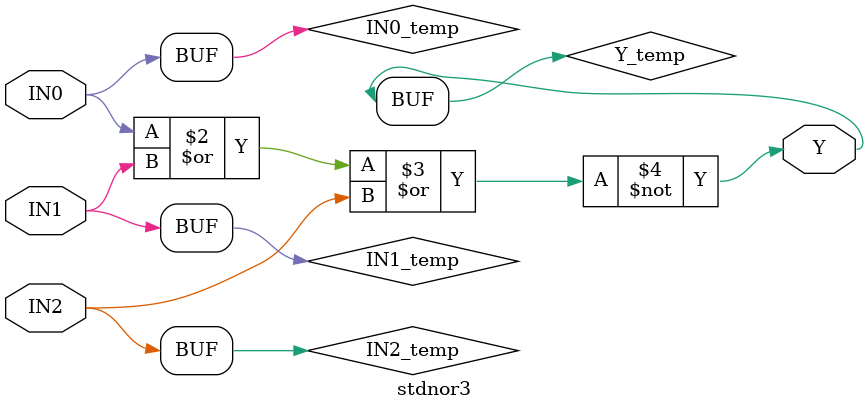
<source format=v>
module stdnor3(IN0,IN1,IN2,Y);
  parameter
        d_IN0_r = 0,
        d_IN0_f = 0,
        d_IN1_r = 0,
        d_IN1_f = 0,
        d_IN2_r = 0,
        d_IN2_f = 0,
        d_Y_r = 1,
        d_Y_f = 1;
  input  IN0;
  input  IN1;
  input  IN2;
  output  Y;
  wire  IN0_temp;
  wire  IN1_temp;
  wire  IN2_temp;
  reg  Y_temp;
  assign #(d_IN0_r,d_IN0_f) IN0_temp = IN0;
  assign #(d_IN1_r,d_IN1_f) IN1_temp = IN1;
  assign #(d_IN2_r,d_IN2_f) IN2_temp = IN2;
  assign #(d_Y_r,d_Y_f) Y = Y_temp;
  always
    @(IN0_temp or IN1_temp or IN2_temp)
      begin
      Y_temp = ( ~ ((IN0_temp | IN1_temp) | IN2_temp));
      end
endmodule

</source>
